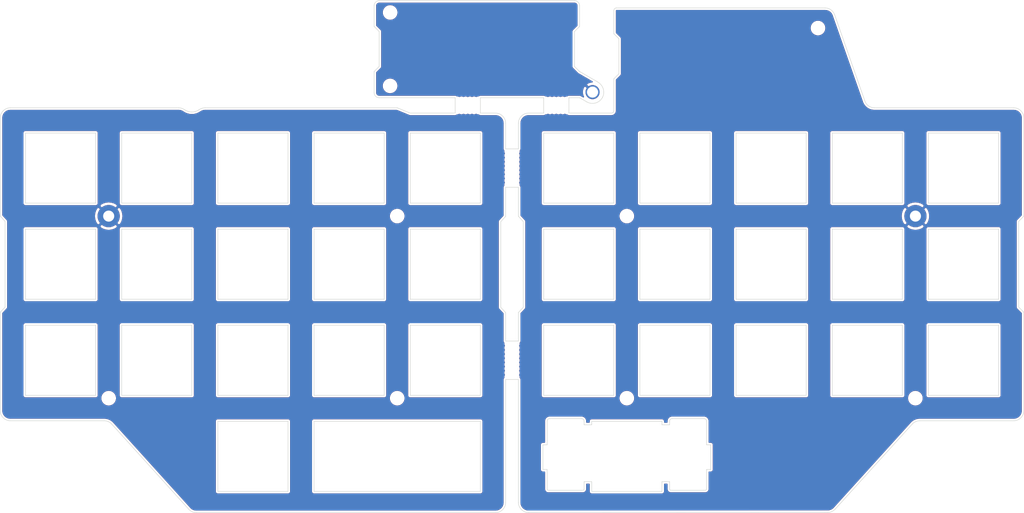
<source format=kicad_pcb>
(kicad_pcb (version 20171130) (host pcbnew "(5.1.9)-1")
  (title_block (title REVIUNG34-SPLIT-TOP) (date 2020-10-19) (rev 2.0))
  (layers (0 F.Cu signal) (31 B.Cu signal) (34 B.Paste user) (35 F.Paste user) (36 B.SilkS user) (37 F.SilkS user) (38 B.Mask user) (39 F.Mask user) (44 Edge.Cuts user))
  (net 0 "")
  (net 1 GND)
  (module _reviung-kbd:MountingHole_2.2mm_M2_Pad (layer F.Cu) (at 167.16 66.75)
    (fp_text reference H3)
    (fp_text value MountingHole_Pad)
    (pad 1 thru_hole circle (at 0 0) (size 2.8 2.8) (drill 2.2) (layers *.Cu *.Mask) (net 1 GND))
  )
  (module MountingHole:MountingHole_2.2mm_M2 (layer F.Cu) (at 127.06 65.51)
    (fp_text reference REF** hide)
    (fp_text value MountingHole_2.2mm_M2)
    (pad 1 np_thru_hole circle (at 0 0) (size 2.2 2.2) (drill 2.2) (layers *.Cu *.Mask))
  )
  (module _reviung-kbd:Stamp_Holes_5mm (layer F.Cu) (at 142.44 70.5 180)
    (fp_text reference breakaway hide)
    (fp_text value Stamp_Holes_5mm)
    (pad "" np_thru_hole circle (at 0.425 0 180) (size 0.6 0.6) (drill 0.6) (layers *.Cu *.Mask))
    (pad "" np_thru_hole circle (at -0.425 0 180) (size 0.6 0.6) (drill 0.6) (layers *.Cu *.Mask))
    (pad "" np_thru_hole circle (at -1.25 0 180) (size 0.6 0.6) (drill 0.6) (layers *.Cu *.Mask))
    (pad "" np_thru_hole circle (at -2.075 0 180) (size 0.6 0.6) (drill 0.6) (layers *.Cu *.Mask))
    (pad "" np_thru_hole circle (at 1.25 0 180) (size 0.6 0.6) (drill 0.6) (layers *.Cu *.Mask))
    (pad "" np_thru_hole circle (at 2.075 0 180) (size 0.6 0.6) (drill 0.6) (layers *.Cu *.Mask))
  )
  (module _reviung-kbd:Stamp_Holes_5mm (layer F.Cu) (at 142.45 68.26)
    (fp_text reference breakaway hide)
    (fp_text value Stamp_Holes_5mm)
    (pad "" np_thru_hole circle (at 0.425 0) (size 0.6 0.6) (drill 0.6) (layers *.Cu *.Mask))
    (pad "" np_thru_hole circle (at -0.425 0) (size 0.6 0.6) (drill 0.6) (layers *.Cu *.Mask))
    (pad "" np_thru_hole circle (at -1.25 0) (size 0.6 0.6) (drill 0.6) (layers *.Cu *.Mask))
    (pad "" np_thru_hole circle (at -2.075 0) (size 0.6 0.6) (drill 0.6) (layers *.Cu *.Mask))
    (pad "" np_thru_hole circle (at 1.25 0) (size 0.6 0.6) (drill 0.6) (layers *.Cu *.Mask))
    (pad "" np_thru_hole circle (at 2.075 0) (size 0.6 0.6) (drill 0.6) (layers *.Cu *.Mask))
  )
  (module _reviung-kbd:Stamp_Holes_5mm (layer F.Cu) (at 159.99 70.5 180)
    (fp_text reference breakaway hide)
    (fp_text value Stamp_Holes_5mm)
    (pad "" np_thru_hole circle (at 0.425 0 180) (size 0.6 0.6) (drill 0.6) (layers *.Cu *.Mask))
    (pad "" np_thru_hole circle (at -0.425 0 180) (size 0.6 0.6) (drill 0.6) (layers *.Cu *.Mask))
    (pad "" np_thru_hole circle (at -1.25 0 180) (size 0.6 0.6) (drill 0.6) (layers *.Cu *.Mask))
    (pad "" np_thru_hole circle (at -2.075 0 180) (size 0.6 0.6) (drill 0.6) (layers *.Cu *.Mask))
    (pad "" np_thru_hole circle (at 1.25 0 180) (size 0.6 0.6) (drill 0.6) (layers *.Cu *.Mask))
    (pad "" np_thru_hole circle (at 2.075 0 180) (size 0.6 0.6) (drill 0.6) (layers *.Cu *.Mask))
  )
  (module _reviung-kbd:Stamp_Holes_5mm (layer F.Cu) (at 159.98 68.26)
    (fp_text reference breakaway hide)
    (fp_text value Stamp_Holes_5mm)
    (pad "" np_thru_hole circle (at 0.425 0) (size 0.6 0.6) (drill 0.6) (layers *.Cu *.Mask))
    (pad "" np_thru_hole circle (at -0.425 0) (size 0.6 0.6) (drill 0.6) (layers *.Cu *.Mask))
    (pad "" np_thru_hole circle (at -1.25 0) (size 0.6 0.6) (drill 0.6) (layers *.Cu *.Mask))
    (pad "" np_thru_hole circle (at -2.075 0) (size 0.6 0.6) (drill 0.6) (layers *.Cu *.Mask))
    (pad "" np_thru_hole circle (at 1.25 0) (size 0.6 0.6) (drill 0.6) (layers *.Cu *.Mask))
    (pad "" np_thru_hole circle (at 2.075 0) (size 0.6 0.6) (drill 0.6) (layers *.Cu *.Mask))
  )
  (module _reviung-kbd:Stamp_Holes_7.5mm (layer F.Cu) (at 152.08 119.93 270)
    (fp_text reference breakaway hide)
    (fp_text value Stamp_Holes_7.5mm)
    (pad "" np_thru_hole circle (at 3.3 0.01 270) (size 0.6 0.6) (drill 0.6) (layers *.Cu *.Mask))
    (pad "" np_thru_hole circle (at -3.3 0 270) (size 0.6 0.6) (drill 0.6) (layers *.Cu *.Mask))
    (pad "" np_thru_hole circle (at 2.475 0 270) (size 0.6 0.6) (drill 0.6) (layers *.Cu *.Mask))
    (pad "" np_thru_hole circle (at 0 0 270) (size 0.6 0.6) (drill 0.6) (layers *.Cu *.Mask))
    (pad "" np_thru_hole circle (at -0.825 0 270) (size 0.6 0.6) (drill 0.6) (layers *.Cu *.Mask))
    (pad "" np_thru_hole circle (at -1.65 0 270) (size 0.6 0.6) (drill 0.6) (layers *.Cu *.Mask))
    (pad "" np_thru_hole circle (at -2.475 0 270) (size 0.6 0.6) (drill 0.6) (layers *.Cu *.Mask))
    (pad "" np_thru_hole circle (at 0.825 0 270) (size 0.6 0.6) (drill 0.6) (layers *.Cu *.Mask))
    (pad "" np_thru_hole circle (at 1.65 0 270) (size 0.6 0.6) (drill 0.6) (layers *.Cu *.Mask))
  )
  (module _reviung-kbd:Stamp_Holes_7.5mm (layer F.Cu) (at 150.34 119.92 90)
    (fp_text reference breakaway hide)
    (fp_text value Stamp_Holes_7.5mm)
    (pad "" np_thru_hole circle (at 3.3 0.01 90) (size 0.6 0.6) (drill 0.6) (layers *.Cu *.Mask))
    (pad "" np_thru_hole circle (at -3.3 0 90) (size 0.6 0.6) (drill 0.6) (layers *.Cu *.Mask))
    (pad "" np_thru_hole circle (at 2.475 0 90) (size 0.6 0.6) (drill 0.6) (layers *.Cu *.Mask))
    (pad "" np_thru_hole circle (at 0 0 90) (size 0.6 0.6) (drill 0.6) (layers *.Cu *.Mask))
    (pad "" np_thru_hole circle (at -0.825 0 90) (size 0.6 0.6) (drill 0.6) (layers *.Cu *.Mask))
    (pad "" np_thru_hole circle (at -1.65 0 90) (size 0.6 0.6) (drill 0.6) (layers *.Cu *.Mask))
    (pad "" np_thru_hole circle (at -2.475 0 90) (size 0.6 0.6) (drill 0.6) (layers *.Cu *.Mask))
    (pad "" np_thru_hole circle (at 0.825 0 90) (size 0.6 0.6) (drill 0.6) (layers *.Cu *.Mask))
    (pad "" np_thru_hole circle (at 1.65 0 90) (size 0.6 0.6) (drill 0.6) (layers *.Cu *.Mask))
  )
  (module _reviung-kbd:Stamp_Holes_7.5mm (layer F.Cu) (at 152.09 81.81 270)
    (fp_text reference breakaway hide)
    (fp_text value Stamp_Holes_7.5mm)
    (pad "" np_thru_hole circle (at 3.3 0.01 270) (size 0.6 0.6) (drill 0.6) (layers *.Cu *.Mask))
    (pad "" np_thru_hole circle (at -3.3 0 270) (size 0.6 0.6) (drill 0.6) (layers *.Cu *.Mask))
    (pad "" np_thru_hole circle (at 2.475 0 270) (size 0.6 0.6) (drill 0.6) (layers *.Cu *.Mask))
    (pad "" np_thru_hole circle (at 0 0 270) (size 0.6 0.6) (drill 0.6) (layers *.Cu *.Mask))
    (pad "" np_thru_hole circle (at -0.825 0 270) (size 0.6 0.6) (drill 0.6) (layers *.Cu *.Mask))
    (pad "" np_thru_hole circle (at -1.65 0 270) (size 0.6 0.6) (drill 0.6) (layers *.Cu *.Mask))
    (pad "" np_thru_hole circle (at -2.475 0 270) (size 0.6 0.6) (drill 0.6) (layers *.Cu *.Mask))
    (pad "" np_thru_hole circle (at 0.825 0 270) (size 0.6 0.6) (drill 0.6) (layers *.Cu *.Mask))
    (pad "" np_thru_hole circle (at 1.65 0 270) (size 0.6 0.6) (drill 0.6) (layers *.Cu *.Mask))
  )
  (module _reviung-kbd:Stamp_Holes_7.5mm (layer F.Cu) (at 150.33 81.8 90)
    (fp_text reference breakaway hide)
    (fp_text value Stamp_Holes_7.5mm)
    (pad "" np_thru_hole circle (at 3.3 0.01 90) (size 0.6 0.6) (drill 0.6) (layers *.Cu *.Mask))
    (pad "" np_thru_hole circle (at -3.3 0 90) (size 0.6 0.6) (drill 0.6) (layers *.Cu *.Mask))
    (pad "" np_thru_hole circle (at 2.475 0 90) (size 0.6 0.6) (drill 0.6) (layers *.Cu *.Mask))
    (pad "" np_thru_hole circle (at 0 0 90) (size 0.6 0.6) (drill 0.6) (layers *.Cu *.Mask))
    (pad "" np_thru_hole circle (at -0.825 0 90) (size 0.6 0.6) (drill 0.6) (layers *.Cu *.Mask))
    (pad "" np_thru_hole circle (at -1.65 0 90) (size 0.6 0.6) (drill 0.6) (layers *.Cu *.Mask))
    (pad "" np_thru_hole circle (at -2.475 0 90) (size 0.6 0.6) (drill 0.6) (layers *.Cu *.Mask))
    (pad "" np_thru_hole circle (at 0.825 0 90) (size 0.6 0.6) (drill 0.6) (layers *.Cu *.Mask))
    (pad "" np_thru_hole circle (at 1.65 0 90) (size 0.6 0.6) (drill 0.6) (layers *.Cu *.Mask))
  )
  (module MountingHole:MountingHole_2.2mm_M2 (layer F.Cu) (at 127.07 50.96)
    (fp_text reference REF** hide)
    (fp_text value MountingHole_2.2mm_M2)
    (pad 1 np_thru_hole circle (at 0 0) (size 2.2 2.2) (drill 2.2) (layers *.Cu *.Mask))
  )
  (module MountingHole:MountingHole_2.2mm_M2 (layer F.Cu) (at 211.81 54.05)
    (fp_text reference REF** hide)
    (fp_text value MountingHole_2.2mm_M2)
    (pad 1 np_thru_hole circle (at 0 0) (size 2.2 2.2) (drill 2.2) (layers *.Cu *.Mask))
  )
  (module MountingHole:MountingHole_2.2mm_M2 (layer F.Cu) (at 231.1 127.43)
    (fp_text reference REF** hide)
    (fp_text value MountingHole_2.2mm_M2)
    (pad 1 np_thru_hole circle (at 0 0) (size 2.2 2.2) (drill 2.2) (layers *.Cu *.Mask))
  )
  (module MountingHole:MountingHole_2.2mm_M2 (layer F.Cu) (at 173.95 127.43)
    (fp_text reference REF** hide)
    (fp_text value MountingHole_2.2mm_M2)
    (pad 1 np_thru_hole circle (at 0 0) (size 2.2 2.2) (drill 2.2) (layers *.Cu *.Mask))
  )
  (module MountingHole:MountingHole_2.2mm_M2 (layer F.Cu) (at 173.95 91.33)
    (fp_text reference REF** hide)
    (fp_text value MountingHole_2.2mm_M2)
    (pad 1 np_thru_hole circle (at 0 0) (size 2.2 2.2) (drill 2.2) (layers *.Cu *.Mask))
  )
  (module MountingHole:MountingHole_2.2mm_M2 (layer F.Cu) (at 128.47 127.43)
    (fp_text reference REF** hide)
    (fp_text value MountingHole_2.2mm_M2)
    (pad 1 np_thru_hole circle (at 0 0) (size 2.2 2.2) (drill 2.2) (layers *.Cu *.Mask))
  )
  (module MountingHole:MountingHole_2.2mm_M2 (layer F.Cu) (at 128.47 91.33)
    (fp_text reference REF** hide)
    (fp_text value MountingHole_2.2mm_M2)
    (pad 1 np_thru_hole circle (at 0 0) (size 2.2 2.2) (drill 2.2) (layers *.Cu *.Mask))
  )
  (module MountingHole:MountingHole_2.2mm_M2 (layer F.Cu) (at 71.32 127.43)
    (fp_text reference REF** hide)
    (fp_text value MountingHole_2.2mm_M2)
    (pad 1 np_thru_hole circle (at 0 0) (size 2.2 2.2) (drill 2.2) (layers *.Cu *.Mask))
  )
  (module MountingHole:MountingHole_2.2mm_M2_Pad (layer F.Cu) (at 231.11 91.33)
    (fp_text reference H2)
    (fp_text value MountingHole_Pad)
    (pad 1 thru_hole circle (at 0 0) (size 4.4 4.4) (drill 2.2) (layers *.Cu *.Mask) (net 1 GND))
  )
  (module MountingHole:MountingHole_2.2mm_M2_Pad (layer F.Cu) (at 71.32 91.33)
    (fp_text reference H1 hide)
    (fp_text value MountingHole_Pad)
    (pad 1 thru_hole circle (at 0 0) (size 4.4 4.4) (drill 2.2) (layers *.Cu *.Mask) (net 1 GND))
  )
  (gr_line (start 247.58016 88.760032) (end 233.680147 88.760032) (layer Edge.Cuts) (width 0.1))
  (gr_line (start 247.580138 74.860019) (end 247.58016 88.760032) (layer Edge.Cuts) (width 0.1))
  (gr_line (start 233.680147 74.860041) (end 247.580138 74.860019) (layer Edge.Cuts) (width 0.1))
  (gr_line (start 233.680147 88.760032) (end 233.680147 74.860041) (layer Edge.Cuts) (width 0.1))
  (gr_line (start 247.58016 107.809989) (end 233.680147 107.810011) (layer Edge.Cuts) (width 0.1))
  (gr_line (start 247.580138 93.909998) (end 247.58016 107.809989) (layer Edge.Cuts) (width 0.1))
  (gr_line (start 233.680147 93.910019) (end 247.580138 93.909998) (layer Edge.Cuts) (width 0.1))
  (gr_line (start 233.680147 107.810011) (end 233.680147 93.910019) (layer Edge.Cuts) (width 0.1))
  (gr_line (start 247.58016 126.859989) (end 233.680147 126.860011) (layer Edge.Cuts) (width 0.1))
  (gr_line (start 247.580138 112.959998) (end 247.58016 126.859989) (layer Edge.Cuts) (width 0.1))
  (gr_line (start 233.680147 112.960019) (end 247.580138 112.959998) (layer Edge.Cuts) (width 0.1))
  (gr_line (start 233.680147 126.860011) (end 233.680147 112.960019) (layer Edge.Cuts) (width 0.1))
  (gr_curve (pts (xy 213.216456 50.059078) (xy 213.216456 50.059078) (xy 171.880172 50.0591) (xy 171.880172 50.0591)) (layer Edge.Cuts) (width 0.1))
  (gr_line (start 209.48016 88.760032) (end 195.580147 88.760032) (layer Edge.Cuts) (width 0.1))
  (gr_line (start 209.480138 74.860019) (end 209.48016 88.760032) (layer Edge.Cuts) (width 0.1))
  (gr_line (start 195.580147 74.860041) (end 209.480138 74.860019) (layer Edge.Cuts) (width 0.1))
  (gr_line (start 195.580147 88.760032) (end 195.580147 74.860041) (layer Edge.Cuts) (width 0.1))
  (gr_line (start 209.48016 107.809989) (end 195.580147 107.810011) (layer Edge.Cuts) (width 0.1))
  (gr_line (start 209.480138 93.909998) (end 209.48016 107.809989) (layer Edge.Cuts) (width 0.1))
  (gr_line (start 195.580147 93.910019) (end 209.480138 93.909998) (layer Edge.Cuts) (width 0.1))
  (gr_line (start 195.580147 107.810011) (end 195.580147 93.910019) (layer Edge.Cuts) (width 0.1))
  (gr_line (start 228.53016 88.760032) (end 214.630147 88.760032) (layer Edge.Cuts) (width 0.1))
  (gr_line (start 228.530138 74.860019) (end 228.53016 88.760032) (layer Edge.Cuts) (width 0.1))
  (gr_line (start 214.630147 74.860041) (end 228.530138 74.860019) (layer Edge.Cuts) (width 0.1))
  (gr_line (start 214.630147 88.760032) (end 214.630147 74.860041) (layer Edge.Cuts) (width 0.1))
  (gr_line (start 228.53016 107.809989) (end 214.630147 107.810011) (layer Edge.Cuts) (width 0.1))
  (gr_line (start 228.530138 93.909998) (end 228.53016 107.809989) (layer Edge.Cuts) (width 0.1))
  (gr_line (start 214.630147 93.910019) (end 228.530138 93.909998) (layer Edge.Cuts) (width 0.1))
  (gr_line (start 214.630147 107.810011) (end 214.630147 93.910019) (layer Edge.Cuts) (width 0.1))
  (gr_line (start 228.53016 126.859989) (end 214.630147 126.860011) (layer Edge.Cuts) (width 0.1))
  (gr_line (start 228.530138 112.959998) (end 228.53016 126.859989) (layer Edge.Cuts) (width 0.1))
  (gr_line (start 214.630147 112.960019) (end 228.530138 112.959998) (layer Edge.Cuts) (width 0.1))
  (gr_line (start 214.630147 126.860011) (end 214.630147 112.960019) (layer Edge.Cuts) (width 0.1))
  (gr_curve (pts (xy 252.580156 71.86003) (xy 252.580156 70.755457) (xy 251.684722 69.860023) (xy 250.580149 69.860023)) (layer Edge.Cuts) (width 0.1))
  (gr_curve (pts (xy 252.580156 91.335026) (xy 252.580156 91.335026) (xy 252.580156 71.86003) (xy 252.580156 71.86003)) (layer Edge.Cuts) (width 0.1))
  (gr_curve (pts (xy 215.104127 51.398273) (xy 214.82334 50.596154) (xy 214.066301 50.059078) (xy 213.216456 50.059078)) (layer Edge.Cuts) (width 0.1))
  (gr_curve (pts (xy 221.097989 68.520824) (xy 221.097989 68.520824) (xy 215.104127 51.398273) (xy 215.104127 51.398273)) (layer Edge.Cuts) (width 0.1))
  (gr_curve (pts (xy 171.38016 64.104797) (xy 171.38016 64.104797) (xy 171.38016 70.412509) (xy 171.38016 70.412509)) (layer Edge.Cuts) (width 0.1))
  (gr_curve (pts (xy 172.378807 63.106107) (xy 172.378807 63.106107) (xy 171.38016 64.104797) (xy 171.38016 64.104797)) (layer Edge.Cuts) (width 0.1))
  (gr_curve (pts (xy 172.378807 56.176104) (xy 172.378807 56.176104) (xy 172.378807 63.106107) (xy 172.378807 63.106107)) (layer Edge.Cuts) (width 0.1))
  (gr_curve (pts (xy 171.38016 55.177414) (xy 171.38016 55.177414) (xy 172.378807 56.176104) (xy 172.378807 56.176104)) (layer Edge.Cuts) (width 0.1))
  (gr_curve (pts (xy 171.38016 50.559113) (xy 171.38016 50.559113) (xy 171.38016 55.177414) (xy 171.38016 55.177414)) (layer Edge.Cuts) (width 0.1))
  (gr_curve (pts (xy 171.880172 50.0591) (xy 171.604023 50.0591) (xy 171.38016 50.282963) (xy 171.38016 50.559113)) (layer Edge.Cuts) (width 0.1))
  (gr_curve (pts (xy 252.580091 110.389483) (xy 252.580091 110.389483) (xy 251.562324 109.364481) (xy 251.562324 109.364481)) (layer Edge.Cuts) (width 0.1))
  (gr_curve (pts (xy 222.985666 69.860023) (xy 222.135818 69.860023) (xy 221.378777 69.322945) (xy 221.097989 68.520824)) (layer Edge.Cuts) (width 0.1))
  (gr_curve (pts (xy 250.580149 69.860023) (xy 250.580149 69.860023) (xy 222.985666 69.860023) (xy 222.985666 69.860023)) (layer Edge.Cuts) (width 0.1))
  (gr_line (start 209.48016 126.859989) (end 195.580147 126.860011) (layer Edge.Cuts) (width 0.1))
  (gr_line (start 209.480138 112.959998) (end 209.48016 126.859989) (layer Edge.Cuts) (width 0.1))
  (gr_line (start 195.580147 112.960019) (end 209.480138 112.959998) (layer Edge.Cuts) (width 0.1))
  (gr_line (start 195.580147 126.860011) (end 195.580147 112.960019) (layer Edge.Cuts) (width 0.1))
  (gr_curve (pts (xy 251.562324 109.364481) (xy 251.562324 109.364481) (xy 251.562324 92.382486) (xy 251.562324 92.382486)) (layer Edge.Cuts) (width 0.1))
  (gr_curve (pts (xy 190.572464 136.677607) (xy 190.572464 136.677607) (xy 190.572464 141.567683) (xy 190.572464 141.567683)) (layer Edge.Cuts) (width 0.1))
  (gr_curve (pts (xy 189.737114 136.677607) (xy 189.737114 136.677607) (xy 190.572464 136.677607) (xy 190.572464 136.677607)) (layer Edge.Cuts) (width 0.1))
  (gr_curve (pts (xy 189.737114 131.972016) (xy 189.737114 131.972016) (xy 189.737114 136.677607) (xy 189.737114 136.677607)) (layer Edge.Cuts) (width 0.1))
  (gr_curve (pts (xy 189.237102 131.472003) (xy 189.513248 131.472003) (xy 189.737114 131.69587) (xy 189.737114 131.972016)) (layer Edge.Cuts) (width 0.1))
  (gr_curve (pts (xy 182.921725 131.472003) (xy 182.921725 131.472003) (xy 189.237102 131.472003) (xy 189.237102 131.472003)) (layer Edge.Cuts) (width 0.1))
  (gr_curve (pts (xy 182.421734 131.972016) (xy 182.421734 131.69587) (xy 182.645601 131.472003) (xy 182.921725 131.472003)) (layer Edge.Cuts) (width 0.1))
  (gr_curve (pts (xy 182.421734 145.437064) (xy 182.421734 145.437064) (xy 182.421734 143.977958) (xy 182.421734 143.977958)) (layer Edge.Cuts) (width 0.1))
  (gr_curve (pts (xy 182.67174 145.68707) (xy 182.533656 145.68707) (xy 182.421734 145.575126) (xy 182.421734 145.437064)) (layer Edge.Cuts) (width 0.1))
  (gr_curve (pts (xy 189.487108 145.68707) (xy 189.487108 145.68707) (xy 182.67174 145.68707) (xy 182.67174 145.68707)) (layer Edge.Cuts) (width 0.1))
  (gr_curve (pts (xy 189.737114 145.437064) (xy 189.737114 145.575126) (xy 189.62517 145.68707) (xy 189.487108 145.68707)) (layer Edge.Cuts) (width 0.1))
  (gr_curve (pts (xy 189.737114 141.567683) (xy 189.737114 141.567683) (xy 189.737114 145.437064) (xy 189.737114 145.437064)) (layer Edge.Cuts) (width 0.1))
  (gr_curve (pts (xy 190.572464 141.567683) (xy 190.572464 141.567683) (xy 189.737114 141.567683) (xy 189.737114 141.567683)) (layer Edge.Cuts) (width 0.1))
  (gr_curve (pts (xy 182.421734 132.707091) (xy 182.421734 132.707091) (xy 182.421734 131.972016) (xy 182.421734 131.972016)) (layer Edge.Cuts) (width 0.1))
  (gr_curve (pts (xy 180.908347 132.707091) (xy 180.908347 132.707091) (xy 182.421734 132.707091) (xy 182.421734 132.707091)) (layer Edge.Cuts) (width 0.1))
  (gr_curve (pts (xy 180.908347 132.008986) (xy 180.908347 132.008986) (xy 180.908347 132.707091) (xy 180.908347 132.707091)) (layer Edge.Cuts) (width 0.1))
  (gr_curve (pts (xy 251.562324 92.382486) (xy 251.562324 92.382486) (xy 252.580156 91.335026) (xy 252.580156 91.335026)) (layer Edge.Cuts) (width 0.1))
  (gr_curve (pts (xy 166.998903 132.008986) (xy 166.998903 132.008986) (xy 180.908347 132.008986) (xy 180.908347 132.008986)) (layer Edge.Cuts) (width 0.1))
  (gr_curve (pts (xy 166.998903 132.707091) (xy 166.998903 132.707091) (xy 166.998903 132.008986) (xy 166.998903 132.008986)) (layer Edge.Cuts) (width 0.1))
  (gr_curve (pts (xy 165.485537 132.707091) (xy 165.485537 132.707091) (xy 166.998903 132.707091) (xy 166.998903 132.707091)) (layer Edge.Cuts) (width 0.1))
  (gr_curve (pts (xy 165.485537 131.972016) (xy 165.485537 131.972016) (xy 165.485537 132.707091) (xy 165.485537 132.707091)) (layer Edge.Cuts) (width 0.1))
  (gr_curve (pts (xy 164.985546 131.472003) (xy 165.26167 131.472003) (xy 165.485537 131.69587) (xy 165.485537 131.972016)) (layer Edge.Cuts) (width 0.1))
  (gr_curve (pts (xy 139.944869 70.9125) (xy 139.944869 70.9125) (xy 131.044874 70.9125) (xy 131.044874 70.9125)) (layer Edge.Cuts) (width 0.1))
  (gr_curve (pts (xy 139.944869 67.866002) (xy 139.944869 67.866002) (xy 139.944869 70.9125) (xy 139.944869 70.9125)) (layer Edge.Cuts) (width 0.1))
  (gr_curve (pts (xy 124.895939 67.866002) (xy 124.895939 67.866002) (xy 139.944869 67.866002) (xy 139.944869 67.866002)) (layer Edge.Cuts) (width 0.1))
  (gr_curve (pts (xy 123.895957 66.86602) (xy 123.895957 67.418295) (xy 124.343664 67.866002) (xy 124.895939 67.866002)) (layer Edge.Cuts) (width 0.1))
  (gr_curve (pts (xy 123.895957 62.663089) (xy 123.895957 62.663089) (xy 123.895957 66.86602) (xy 123.895957 66.86602)) (layer Edge.Cuts) (width 0.1))
  (gr_curve (pts (xy 124.89596 61.663043) (xy 124.89596 61.663043) (xy 123.895957 62.663089) (xy 123.895957 62.663089)) (layer Edge.Cuts) (width 0.1))
  (gr_curve (pts (xy 124.89596 54.73304) (xy 124.89596 54.73304) (xy 124.89596 61.663043) (xy 124.89596 61.663043)) (layer Edge.Cuts) (width 0.1))
  (gr_curve (pts (xy 123.895957 53.732993) (xy 123.895957 53.732993) (xy 124.89596 54.73304) (xy 124.89596 54.73304)) (layer Edge.Cuts) (width 0.1))
  (gr_curve (pts (xy 123.895957 49.615996) (xy 123.895957 49.615996) (xy 123.895957 53.732993) (xy 123.895957 53.732993)) (layer Edge.Cuts) (width 0.1))
  (gr_curve (pts (xy 124.89596 48.615993) (xy 124.343673 48.615993) (xy 123.895957 49.063709) (xy 123.895957 49.615996)) (layer Edge.Cuts) (width 0.1))
  (gr_curve (pts (xy 163.586902 48.615993) (xy 163.586902 48.615993) (xy 124.89596 48.615993) (xy 124.89596 48.615993)) (layer Edge.Cuts) (width 0.1))
  (gr_curve (pts (xy 164.586905 49.615996) (xy 164.586905 49.063709) (xy 164.139188 48.615993) (xy 163.586902 48.615993)) (layer Edge.Cuts) (width 0.1))
  (gr_curve (pts (xy 164.586905 53.732993) (xy 164.586905 53.732993) (xy 164.586905 49.615996) (xy 164.586905 49.615996)) (layer Edge.Cuts) (width 0.1))
  (gr_curve (pts (xy 163.586902 54.73304) (xy 163.586902 54.73304) (xy 164.586905 53.732993) (xy 164.586905 53.732993)) (layer Edge.Cuts) (width 0.1))
  (gr_curve (pts (xy 163.586902 61.663043) (xy 163.586902 61.663043) (xy 163.586902 54.73304) (xy 163.586902 54.73304)) (layer Edge.Cuts) (width 0.1))
  (gr_curve (pts (xy 164.586905 62.663089) (xy 164.586905 62.663089) (xy 163.586902 61.663043) (xy 163.586902 61.663043)) (layer Edge.Cuts) (width 0.1))
  (gr_curve (pts (xy 168.184963 64.740438) (xy 168.184963 64.740438) (xy 164.586905 62.663089) (xy 164.586905 62.663089)) (layer Edge.Cuts) (width 0.1))
  (gr_curve (pts (xy 169.123917 67.800747) (xy 169.707658 66.715805) (xy 169.251916 65.356446) (xy 168.184963 64.740438)) (layer Edge.Cuts) (width 0.1))
  (gr_curve (pts (xy 166.016684 68.684729) (xy 167.112717 69.317548) (xy 168.519905 68.923368) (xy 169.123917 67.800747)) (layer Edge.Cuts) (width 0.1))
  (gr_curve (pts (xy 164.586905 67.859241) (xy 164.586905 67.859241) (xy 166.016684 68.684729) (xy 166.016684 68.684729)) (layer Edge.Cuts) (width 0.1))
  (gr_curve (pts (xy 164.586905 67.866002) (xy 164.586905 67.866002) (xy 164.586905 67.859241) (xy 164.586905 67.859241)) (layer Edge.Cuts) (width 0.1))
  (gr_curve (pts (xy 162.480165 67.866002) (xy 162.480165 67.866002) (xy 164.586905 67.866002) (xy 164.586905 67.866002)) (layer Edge.Cuts) (width 0.1))
  (gr_curve (pts (xy 162.480165 70.9125) (xy 162.480165 70.9125) (xy 162.480165 67.866002) (xy 162.480165 67.866002)) (layer Edge.Cuts) (width 0.1))
  (gr_curve (pts (xy 170.880169 70.9125) (xy 170.880169 70.9125) (xy 162.480165 70.9125) (xy 162.480165 70.9125)) (layer Edge.Cuts) (width 0.1))
  (gr_curve (pts (xy 171.38016 70.412509) (xy 171.38016 70.688646) (xy 171.156306 70.9125) (xy 170.880169 70.9125)) (layer Edge.Cuts) (width 0.1))
  (gr_curve (pts (xy 158.660587 131.472003) (xy 158.660587 131.472003) (xy 164.985546 131.472003) (xy 164.985546 131.472003)) (layer Edge.Cuts) (width 0.1))
  (gr_curve (pts (xy 158.160596 131.972016) (xy 158.160596 131.69587) (xy 158.384441 131.472003) (xy 158.660587 131.472003)) (layer Edge.Cuts) (width 0.1))
  (gr_curve (pts (xy 149.940663 123.72) (xy 149.940663 123.72) (xy 152.479978 123.72) (xy 152.479978 123.72)) (layer Edge.Cuts) (width 0.1))
  (gr_curve (pts (xy 149.940728 148.111965) (xy 149.940728 148.111965) (xy 149.940663 123.72) (xy 149.940663 123.72)) (layer Edge.Cuts) (width 0.1))
  (gr_curve (pts (xy 147.938977 150.111972) (xy 149.044228 150.112941) (xy 149.940728 149.217238) (xy 149.940728 148.111965)) (layer Edge.Cuts) (width 0.1))
  (gr_curve (pts (xy 88.665523 150.111994) (xy 88.665523 150.111994) (xy 147.938977 150.111972) (xy 147.938977 150.111972)) (layer Edge.Cuts) (width 0.1))
  (gr_curve (pts (xy 87.181552 149.452818) (xy 87.560744 149.872498) (xy 88.09991 150.111994) (xy 88.665523 150.111994)) (layer Edge.Cuts) (width 0.1))
  (gr_curve (pts (xy 71.918811 132.560395) (xy 71.918811 132.560395) (xy 87.181552 149.452818) (xy 87.181552 149.452818)) (layer Edge.Cuts) (width 0.1))
  (gr_curve (pts (xy 70.434792 131.901197) (xy 71.000424 131.901197) (xy 71.539606 132.140701) (xy 71.918811 132.560395)) (layer Edge.Cuts) (width 0.1))
  (gr_curve (pts (xy 51.844907 131.901197) (xy 51.844907 131.901197) (xy 70.434792 131.901197) (xy 70.434792 131.901197)) (layer Edge.Cuts) (width 0.1))
  (gr_curve (pts (xy 49.844899 129.901182) (xy 49.844895 131.005758) (xy 50.74033 131.901197) (xy 51.844907 131.901197)) (layer Edge.Cuts) (width 0.1))
  (gr_curve (pts (xy 49.844986 110.389483) (xy 49.844986 110.389483) (xy 49.844899 129.901182) (xy 49.844899 129.901182)) (layer Edge.Cuts) (width 0.1))
  (gr_curve (pts (xy 50.803906 109.364481) (xy 50.803906 109.364481) (xy 49.844986 110.389483) (xy 49.844986 110.389483)) (layer Edge.Cuts) (width 0.1))
  (gr_curve (pts (xy 50.803906 92.382486) (xy 50.803906 92.382486) (xy 50.803906 109.364481) (xy 50.803906 109.364481)) (layer Edge.Cuts) (width 0.1))
  (gr_curve (pts (xy 49.844986 91.335026) (xy 49.844986 91.335026) (xy 50.803906 92.382486) (xy 50.803906 92.382486)) (layer Edge.Cuts) (width 0.1))
  (gr_curve (pts (xy 49.844986 71.860009) (xy 49.844986 71.860009) (xy 49.844986 91.335026) (xy 49.844986 91.335026)) (layer Edge.Cuts) (width 0.1))
  (gr_curve (pts (xy 51.844993 69.860002) (xy 50.740419 69.860002) (xy 49.844986 70.755435) (xy 49.844986 71.860009)) (layer Edge.Cuts) (width 0.1))
  (gr_curve (pts (xy 85.193994 69.860002) (xy 85.193994 69.860002) (xy 51.844993 69.860002) (xy 51.844993 69.860002)) (layer Edge.Cuts) (width 0.1))
  (gr_curve (pts (xy 86.38155 70.251759) (xy 86.029591 70.008846) (xy 85.621641 69.860002) (xy 85.193994 69.860002)) (layer Edge.Cuts) (width 0.1))
  (gr_curve (pts (xy 87.794887 70.691971) (xy 87.269652 70.691971) (xy 86.783295 70.529033) (xy 86.38155 70.251759)) (layer Edge.Cuts) (width 0.1))
  (gr_curve (pts (xy 89.208195 70.251767) (xy 88.806459 70.529036) (xy 88.320118 70.691971) (xy 87.794887 70.691971)) (layer Edge.Cuts) (width 0.1))
  (gr_curve (pts (xy 90.395763 69.860002) (xy 89.968111 69.860002) (xy 89.560158 70.008851) (xy 89.208195 70.251767)) (layer Edge.Cuts) (width 0.1))
  (gr_curve (pts (xy 128.469859 69.860002) (xy 128.469859 69.860002) (xy 90.395763 69.860002) (xy 90.395763 69.860002)) (layer Edge.Cuts) (width 0.1))
  (gr_curve (pts (xy 131.044874 70.9125) (xy 131.044874 70.9125) (xy 128.469859 69.860002) (xy 128.469859 69.860002)) (layer Edge.Cuts) (width 0.1))
  (gr_curve (pts (xy 158.160596 136.677607) (xy 158.160596 136.677607) (xy 158.160596 131.972016) (xy 158.160596 131.972016)) (layer Edge.Cuts) (width 0.1))
  (gr_curve (pts (xy 157.325225 136.677607) (xy 157.325225 136.677607) (xy 158.160596 136.677607) (xy 158.160596 136.677607)) (layer Edge.Cuts) (width 0.1))
  (gr_curve (pts (xy 157.325225 141.567683) (xy 157.325225 141.567683) (xy 157.325225 136.677607) (xy 157.325225 136.677607)) (layer Edge.Cuts) (width 0.1))
  (gr_line (start 68.744909 88.760032) (end 54.844896 88.760032) (layer Edge.Cuts) (width 0.1))
  (gr_line (start 68.744909 93.910019) (end 68.744909 107.810011) (layer Edge.Cuts) (width 0.1))
  (gr_line (start 54.844917 93.909998) (end 68.744909 93.910019) (layer Edge.Cuts) (width 0.1))
  (gr_line (start 54.844896 107.809989) (end 54.844917 93.909998) (layer Edge.Cuts) (width 0.1))
  (gr_line (start 68.744909 107.810011) (end 54.844896 107.809989) (layer Edge.Cuts) (width 0.1))
  (gr_line (start 68.744909 112.960019) (end 68.744909 126.860011) (layer Edge.Cuts) (width 0.1))
  (gr_line (start 54.844917 112.959998) (end 68.744909 112.960019) (layer Edge.Cuts) (width 0.1))
  (gr_line (start 54.844896 126.859989) (end 54.844917 112.959998) (layer Edge.Cuts) (width 0.1))
  (gr_line (start 68.744909 126.860011) (end 54.844896 126.859989) (layer Edge.Cuts) (width 0.1))
  (gr_curve (pts (xy 252.580178 129.901229) (xy 252.580178 129.901229) (xy 252.580091 110.389483) (xy 252.580091 110.389483)) (layer Edge.Cuts) (width 0.1))
  (gr_curve (pts (xy 250.58017 131.901241) (xy 251.684747 131.901243) (xy 252.580182 131.005805) (xy 252.580178 129.901229)) (layer Edge.Cuts) (width 0.1))
  (gr_curve (pts (xy 231.971229 131.901197) (xy 231.971229 131.901197) (xy 250.58017 131.901241) (xy 250.58017 131.901241)) (layer Edge.Cuts) (width 0.1))
  (gr_curve (pts (xy 230.488558 132.558939) (xy 230.867702 132.140124) (xy 231.40629 131.901196) (xy 231.971229 131.901197)) (layer Edge.Cuts) (width 0.1))
  (gr_curve (pts (xy 215.230584 149.413393) (xy 215.230584 149.413393) (xy 230.488558 132.558939) (xy 230.488558 132.558939)) (layer Edge.Cuts) (width 0.1))
  (gr_curve (pts (xy 213.747234 150.07287) (xy 214.312681 150.072612) (xy 214.851602 149.833027) (xy 215.230584 149.413393)) (layer Edge.Cuts) (width 0.1))
  (gr_curve (pts (xy 154.480812 150.099419) (xy 154.480812 150.099419) (xy 213.747234 150.07287) (xy 213.747234 150.07287)) (layer Edge.Cuts) (width 0.1))
  (gr_curve (pts (xy 152.479914 148.099412) (xy 152.479911 149.204335) (xy 153.375889 150.099914) (xy 154.480812 150.099419)) (layer Edge.Cuts) (width 0.1))
  (gr_curve (pts (xy 152.479978 123.72) (xy 152.479978 123.72) (xy 152.479914 148.099412) (xy 152.479914 148.099412)) (layer Edge.Cuts) (width 0.1))
  (gr_curve (pts (xy 158.410581 145.68707) (xy 158.272519 145.68707) (xy 158.160596 145.575126) (xy 158.160596 145.437064)) (layer Edge.Cuts) (width 0.1))
  (gr_curve (pts (xy 165.235531 145.68707) (xy 165.235531 145.68707) (xy 158.410581 145.68707) (xy 158.410581 145.68707)) (layer Edge.Cuts) (width 0.1))
  (gr_curve (pts (xy 165.485537 145.437064) (xy 165.485537 145.575126) (xy 165.373614 145.68707) (xy 165.235531 145.68707)) (layer Edge.Cuts) (width 0.1))
  (gr_curve (pts (xy 165.485537 143.977958) (xy 165.485537 143.977958) (xy 165.485537 145.437064) (xy 165.485537 145.437064)) (layer Edge.Cuts) (width 0.1))
  (gr_curve (pts (xy 167.000345 143.977958) (xy 167.000345 143.977958) (xy 165.485537 143.977958) (xy 165.485537 143.977958)) (layer Edge.Cuts) (width 0.1))
  (gr_curve (pts (xy 167.000345 145.914425) (xy 167.000345 145.914425) (xy 167.000345 143.977958) (xy 167.000345 143.977958)) (layer Edge.Cuts) (width 0.1))
  (gr_curve (pts (xy 180.906904 145.914425) (xy 180.906904 145.914425) (xy 167.000345 145.914425) (xy 167.000345 145.914425)) (layer Edge.Cuts) (width 0.1))
  (gr_curve (pts (xy 180.906904 143.977958) (xy 180.906904 143.977958) (xy 180.906904 145.914425) (xy 180.906904 145.914425)) (layer Edge.Cuts) (width 0.1))
  (gr_curve (pts (xy 182.421734 143.977958) (xy 182.421734 143.977958) (xy 180.906904 143.977958) (xy 180.906904 143.977958)) (layer Edge.Cuts) (width 0.1))
  (gr_curve (pts (xy 158.160596 141.567683) (xy 158.160596 141.567683) (xy 157.325225 141.567683) (xy 157.325225 141.567683)) (layer Edge.Cuts) (width 0.1))
  (gr_curve (pts (xy 158.160596 145.437064) (xy 158.160596 145.437064) (xy 158.160596 141.567683) (xy 158.160596 141.567683)) (layer Edge.Cuts) (width 0.1))
  (gr_line (start 125.894866 88.760032) (end 111.994874 88.760032) (layer Edge.Cuts) (width 0.1))
  (gr_line (start 125.894887 74.860041) (end 125.894866 88.760032) (layer Edge.Cuts) (width 0.1))
  (gr_line (start 111.994874 74.860019) (end 125.894887 74.860041) (layer Edge.Cuts) (width 0.1))
  (gr_line (start 157.480147 112.960019) (end 171.38016 112.959998) (layer Edge.Cuts) (width 0.1))
  (gr_line (start 157.480168 126.860011) (end 157.480147 112.960019) (layer Edge.Cuts) (width 0.1))
  (gr_line (start 171.38016 126.859989) (end 157.480168 126.860011) (layer Edge.Cuts) (width 0.1))
  (gr_line (start 171.38016 112.959998) (end 171.38016 126.859989) (layer Edge.Cuts) (width 0.1))
  (gr_line (start 171.38016 107.809989) (end 157.480168 107.810011) (layer Edge.Cuts) (width 0.1))
  (gr_line (start 171.38016 93.909998) (end 171.38016 107.809989) (layer Edge.Cuts) (width 0.1))
  (gr_line (start 157.480147 93.910019) (end 171.38016 93.909998) (layer Edge.Cuts) (width 0.1))
  (gr_line (start 157.480168 107.810011) (end 157.480147 93.910019) (layer Edge.Cuts) (width 0.1))
  (gr_line (start 157.480147 74.860041) (end 171.38016 74.860019) (layer Edge.Cuts) (width 0.1))
  (gr_line (start 157.480168 88.760032) (end 157.480147 74.860041) (layer Edge.Cuts) (width 0.1))
  (gr_line (start 171.38016 88.760032) (end 157.480168 88.760032) (layer Edge.Cuts) (width 0.1))
  (gr_line (start 171.38016 74.860019) (end 171.38016 88.760032) (layer Edge.Cuts) (width 0.1))
  (gr_line (start 176.530147 126.860011) (end 176.530147 112.960019) (layer Edge.Cuts) (width 0.1))
  (gr_line (start 190.43016 126.859989) (end 176.530147 126.860011) (layer Edge.Cuts) (width 0.1))
  (gr_line (start 190.430138 112.959998) (end 190.43016 126.859989) (layer Edge.Cuts) (width 0.1))
  (gr_line (start 176.530147 112.960019) (end 190.430138 112.959998) (layer Edge.Cuts) (width 0.1))
  (gr_line (start 176.530147 107.810011) (end 176.530147 93.910019) (layer Edge.Cuts) (width 0.1))
  (gr_line (start 190.43016 107.809989) (end 176.530147 107.810011) (layer Edge.Cuts) (width 0.1))
  (gr_line (start 190.430138 93.909998) (end 190.43016 107.809989) (layer Edge.Cuts) (width 0.1))
  (gr_line (start 176.530147 93.910019) (end 190.430138 93.909998) (layer Edge.Cuts) (width 0.1))
  (gr_line (start 176.530147 88.760032) (end 176.530147 74.860041) (layer Edge.Cuts) (width 0.1))
  (gr_line (start 190.43016 88.760032) (end 176.530147 88.760032) (layer Edge.Cuts) (width 0.1))
  (gr_line (start 190.430138 74.860019) (end 190.43016 88.760032) (layer Edge.Cuts) (width 0.1))
  (gr_line (start 176.530147 74.860041) (end 190.430138 74.860019) (layer Edge.Cuts) (width 0.1))
  (gr_line (start 87.794887 74.860041) (end 87.794866 88.760032) (layer Edge.Cuts) (width 0.1))
  (gr_line (start 73.894874 74.860019) (end 87.794887 74.860041) (layer Edge.Cuts) (width 0.1))
  (gr_line (start 73.894874 88.760032) (end 73.894874 74.860019) (layer Edge.Cuts) (width 0.1))
  (gr_line (start 87.794866 88.760032) (end 73.894874 88.760032) (layer Edge.Cuts) (width 0.1))
  (gr_line (start 87.794887 93.910019) (end 87.794866 107.810011) (layer Edge.Cuts) (width 0.1))
  (gr_line (start 73.894874 93.909998) (end 87.794887 93.910019) (layer Edge.Cuts) (width 0.1))
  (gr_line (start 73.894874 107.809989) (end 73.894874 93.909998) (layer Edge.Cuts) (width 0.1))
  (gr_line (start 87.794866 107.810011) (end 73.894874 107.809989) (layer Edge.Cuts) (width 0.1))
  (gr_line (start 87.794887 112.960019) (end 87.794866 126.860011) (layer Edge.Cuts) (width 0.1))
  (gr_line (start 73.894874 112.959998) (end 87.794887 112.960019) (layer Edge.Cuts) (width 0.1))
  (gr_line (start 73.894874 126.859989) (end 73.894874 112.959998) (layer Edge.Cuts) (width 0.1))
  (gr_line (start 87.794866 126.860011) (end 73.894874 126.859989) (layer Edge.Cuts) (width 0.1))
  (gr_line (start 68.744909 74.860041) (end 68.744909 88.760032) (layer Edge.Cuts) (width 0.1))
  (gr_line (start 54.844917 74.860019) (end 68.744909 74.860041) (layer Edge.Cuts) (width 0.1))
  (gr_line (start 54.844896 88.760032) (end 54.844917 74.860019) (layer Edge.Cuts) (width 0.1))
  (gr_line (start 125.894866 126.860011) (end 111.994874 126.859989) (layer Edge.Cuts) (width 0.1))
  (gr_line (start 125.894887 112.960019) (end 125.894866 126.860011) (layer Edge.Cuts) (width 0.1))
  (gr_line (start 111.994874 112.959998) (end 125.894887 112.960019) (layer Edge.Cuts) (width 0.1))
  (gr_line (start 111.994874 107.809989) (end 111.994874 93.909998) (layer Edge.Cuts) (width 0.1))
  (gr_line (start 125.894866 107.810011) (end 111.994874 107.809989) (layer Edge.Cuts) (width 0.1))
  (gr_line (start 125.894887 93.910019) (end 125.894866 107.810011) (layer Edge.Cuts) (width 0.1))
  (gr_line (start 111.994874 93.909998) (end 125.894887 93.910019) (layer Edge.Cuts) (width 0.1))
  (gr_line (start 111.994874 88.760032) (end 111.994874 74.860019) (layer Edge.Cuts) (width 0.1))
  (gr_line (start 149.940663 85.62) (end 152.48 85.62) (layer Edge.Cuts) (width 0.1))
  (gr_line (start 149.940642 91.389695) (end 149.940663 85.62) (layer Edge.Cuts) (width 0.1))
  (gr_line (start 148.981721 92.437133) (end 149.940642 91.389695) (layer Edge.Cuts) (width 0.1))
  (gr_line (start 148.981721 109.41915) (end 148.981721 92.437133) (layer Edge.Cuts) (width 0.1))
  (gr_line (start 149.940642 110.444152) (end 148.981721 109.41915) (layer Edge.Cuts) (width 0.1))
  (gr_line (start 149.940663 116.100009) (end 149.940642 110.444152) (layer Edge.Cuts) (width 0.1))
  (gr_line (start 152.479978 116.100009) (end 149.940663 116.100009) (layer Edge.Cuts) (width 0.1))
  (gr_line (start 152.48 110.430716) (end 152.479978 116.100009) (layer Edge.Cuts) (width 0.1))
  (gr_line (start 153.438921 109.405714) (end 152.48 110.430716) (layer Edge.Cuts) (width 0.1))
  (gr_line (start 144.944887 74.860019) (end 144.944866 88.760011) (layer Edge.Cuts) (width 0.1))
  (gr_line (start 131.044874 74.859998) (end 144.944887 74.860019) (layer Edge.Cuts) (width 0.1))
  (gr_line (start 131.044874 88.759989) (end 131.044874 74.859998) (layer Edge.Cuts) (width 0.1))
  (gr_line (start 144.944866 88.760011) (end 131.044874 88.759989) (layer Edge.Cuts) (width 0.1))
  (gr_line (start 144.944887 93.910019) (end 144.944866 107.810011) (layer Edge.Cuts) (width 0.1))
  (gr_line (start 131.044874 93.909998) (end 144.944887 93.910019) (layer Edge.Cuts) (width 0.1))
  (gr_line (start 131.044874 107.809989) (end 131.044874 93.909998) (layer Edge.Cuts) (width 0.1))
  (gr_line (start 144.944866 107.810011) (end 131.044874 107.809989) (layer Edge.Cuts) (width 0.1))
  (gr_line (start 144.944887 112.960019) (end 144.944866 126.860011) (layer Edge.Cuts) (width 0.1))
  (gr_line (start 131.044874 112.959998) (end 144.944887 112.960019) (layer Edge.Cuts) (width 0.1))
  (gr_line (start 131.044874 126.859989) (end 131.044874 112.959998) (layer Edge.Cuts) (width 0.1))
  (gr_line (start 144.944866 126.860011) (end 131.044874 126.859989) (layer Edge.Cuts) (width 0.1))
  (gr_line (start 144.944779 132.009933) (end 144.944758 145.909946) (layer Edge.Cuts) (width 0.1))
  (gr_line (start 111.994788 132.009933) (end 144.944779 132.009933) (layer Edge.Cuts) (width 0.1))
  (gr_line (start 111.994767 145.909925) (end 111.994788 132.009933) (layer Edge.Cuts) (width 0.1))
  (gr_line (start 144.944758 145.909946) (end 111.994767 145.909925) (layer Edge.Cuts) (width 0.1))
  (gr_line (start 106.844887 74.860041) (end 106.844866 88.760032) (layer Edge.Cuts) (width 0.1))
  (gr_line (start 92.944874 74.860019) (end 106.844887 74.860041) (layer Edge.Cuts) (width 0.1))
  (gr_line (start 92.944874 88.760032) (end 92.944874 74.860019) (layer Edge.Cuts) (width 0.1))
  (gr_line (start 106.844866 88.760032) (end 92.944874 88.760032) (layer Edge.Cuts) (width 0.1))
  (gr_line (start 106.844887 93.910019) (end 106.844866 107.810011) (layer Edge.Cuts) (width 0.1))
  (gr_line (start 92.944874 93.909998) (end 106.844887 93.910019) (layer Edge.Cuts) (width 0.1))
  (gr_line (start 92.944874 107.809989) (end 92.944874 93.909998) (layer Edge.Cuts) (width 0.1))
  (gr_line (start 106.844866 107.810011) (end 92.944874 107.809989) (layer Edge.Cuts) (width 0.1))
  (gr_line (start 106.844887 112.960019) (end 106.844866 126.860011) (layer Edge.Cuts) (width 0.1))
  (gr_line (start 92.944874 112.959998) (end 106.844887 112.960019) (layer Edge.Cuts) (width 0.1))
  (gr_line (start 92.944874 126.859989) (end 92.944874 112.959998) (layer Edge.Cuts) (width 0.1))
  (gr_line (start 106.844866 126.860011) (end 92.944874 126.859989) (layer Edge.Cuts) (width 0.1))
  (gr_line (start 106.844887 132.010019) (end 106.844866 145.910011) (layer Edge.Cuts) (width 0.1))
  (gr_line (start 92.944874 132.009998) (end 106.844887 132.010019) (layer Edge.Cuts) (width 0.1))
  (gr_line (start 92.944874 145.909989) (end 92.944874 132.009998) (layer Edge.Cuts) (width 0.1))
  (gr_line (start 106.844866 145.910011) (end 92.944874 145.909989) (layer Edge.Cuts) (width 0.1))
  (gr_line (start 111.994874 126.859989) (end 111.994874 112.959998) (layer Edge.Cuts) (width 0.1))
  (gr_curve (pts (xy 157.480147 70.9125) (xy 157.480147 70.9125) (xy 154.480007 70.9125) (xy 154.480007 70.9125)) (layer Edge.Cuts) (width 0.1))
  (gr_curve (pts (xy 157.480147 67.866002) (xy 157.480147 67.866002) (xy 157.480147 70.9125) (xy 157.480147 70.9125)) (layer Edge.Cuts) (width 0.1))
  (gr_curve (pts (xy 144.944887 67.866002) (xy 144.944887 67.866002) (xy 157.480147 67.866002) (xy 157.480147 67.866002)) (layer Edge.Cuts) (width 0.1))
  (gr_curve (pts (xy 144.944887 70.9125) (xy 144.944887 70.9125) (xy 144.944887 67.866002) (xy 144.944887 67.866002)) (layer Edge.Cuts) (width 0.1))
  (gr_curve (pts (xy 147.940721 70.9125) (xy 147.940721 70.9125) (xy 144.944887 70.9125) (xy 144.944887 70.9125)) (layer Edge.Cuts) (width 0.1))
  (gr_curve (pts (xy 149.940728 72.912507) (xy 149.940728 71.807945) (xy 149.045304 70.9125) (xy 147.940721 70.9125)) (layer Edge.Cuts) (width 0.1))
  (gr_curve (pts (xy 149.940706 78.000009) (xy 149.940706 78.000009) (xy 149.940728 72.912507) (xy 149.940728 72.912507)) (layer Edge.Cuts) (width 0.1))
  (gr_curve (pts (xy 152.48 78.000009) (xy 152.48 78.000009) (xy 149.940706 78.000009) (xy 149.940706 78.000009)) (layer Edge.Cuts) (width 0.1))
  (gr_curve (pts (xy 152.48 72.912507) (xy 152.48 72.912507) (xy 152.48 78.000009) (xy 152.48 78.000009)) (layer Edge.Cuts) (width 0.1))
  (gr_curve (pts (xy 154.480007 70.9125) (xy 153.375445 70.9125) (xy 152.48 71.807945) (xy 152.48 72.912507)) (layer Edge.Cuts) (width 0.1))
  (gr_line (start 153.438921 92.423719) (end 153.438921 109.405714) (layer Edge.Cuts) (width 0.1))
  (gr_line (start 152.48 91.376259) (end 153.438921 92.423719) (layer Edge.Cuts) (width 0.1))
  (gr_line (start 152.48 85.62) (end 152.48 91.376259) (layer Edge.Cuts) (width 0.1))
  (zone (net 1) (net_name GND) (layer F.Cu) (connect_pads (clearance 0.35)) (min_thickness 0.254) (fill yes (arc_segments 32) (thermal_gap 0.508) (thermal_bridge_width 0.508))
    (polygon (pts (xy 164.05 48.9) (xy 164.4 49.4) (xy 164.45 49.8) (xy 164.45 53.65) (xy 163.45 54.65) (xy 163.45 61.75) (xy 164.5 62.8) (xy 167.45 64.5) (xy 168.25 64.95) (xy 168.95 65.7) (xy 169.25 66.85) (xy 169 67.75) (xy 168.3 68.5) (xy 167.3 68.8) (xy 166.4 68.7) (xy 164.65 67.7) (xy 162.35 67.7) (xy 162.35 71.1) (xy 171 71.05) (xy 171.4 70.85) (xy 171.55 70.35) (xy 171.55 64.2) (xy 172.55 63.1) (xy 172.55 56.1) (xy 171.55 55.15) (xy 171.55 50.6) (xy 171.6 50.3) (xy 171.95 50.2) (xy 213.25 50.2) (xy 214.2 50.45) (xy 214.85 51.15) (xy 221 68.85) (xy 221.6 69.65) (xy 222.35 70) (xy 222.9 70.1) (xy 250.55 70.05) (xy 251.7 70.4) (xy 252.3 71.2) (xy 252.45 71.85) (xy 252.4 91.2) (xy 251.4 92.25) (xy 251.4 109.45) (xy 252.4 110.45) (xy 252.4 130) (xy 252.2 130.8) (xy 251.55 131.5) (xy 250.7 131.75) (xy 232 131.75) (xy 231.3 131.8) (xy 230.7 132.15) (xy 230.15 132.7) (xy 215.3 149.05) (xy 214.7 149.65) (xy 213.8 149.9) (xy 154.4 149.9) (xy 153.55 149.65) (xy 152.9 149) (xy 152.65 148.1) (xy 152.65 123.55) (xy 149.8 123.55) (xy 149.8 148.15) (xy 149.45 149.05) (xy 148.85 149.7) (xy 148.05 149.95) (xy 88.6 149.95) (xy 87.7 149.7) (xy 86.75 148.75) (xy 71.85 132.2) (xy 71.2 131.85) (xy 70.3 131.7) (xy 51.95 131.7) (xy 50.85 131.4) (xy 50.2 130.65) (xy 50.05 130) (xy 50.05 110.6) (xy 51 109.45) (xy 51 92.3) (xy 50 91.3) (xy 50 71.7) (xy 50.25 70.9) (xy 50.9 70.25) (xy 51.75 70) (xy 85.25 70) (xy 86.1 70.25) (xy 87 70.75) (xy 87.8 70.85) (xy 88.7 70.7) (xy 89.5 70.25) (xy 90.35 70) (xy 128.45 70) (xy 131.15 71.1) (xy 140.1 71.05) (xy 140.1 67.7) (xy 124.95 67.7) (xy 124.45 67.55) (xy 124.1 67.15) (xy 124.05 66.6) (xy 124.05 62.75) (xy 125.05 61.75) (xy 125.05 54.65) (xy 124.05 53.65) (xy 124.05 49.5) (xy 124.2 49.1) (xy 124.6 48.8) (xy 125.15 48.75) (xy 163.5 48.75)))
  )
  (zone (net 1) (net_name GND) (layer B.Cu) (connect_pads (clearance 0.35)) (min_thickness 0.254) (fill yes (arc_segments 32) (thermal_gap 0.508) (thermal_bridge_width 0.508))
    (polygon (pts (xy 164.05 48.9) (xy 164.4 49.35) (xy 164.45 49.8) (xy 164.45 53.65) (xy 163.45 54.65) (xy 163.4 61.7) (xy 164.5 62.8) (xy 167.45 64.5) (xy 168.25 64.95) (xy 169 65.75) (xy 169.25 66.9) (xy 169 67.75) (xy 168.3 68.5) (xy 167.3 68.9) (xy 166.4 68.75) (xy 164.65 67.7) (xy 162.3 67.7) (xy 162.35 71.1) (xy 171 71.05) (xy 171.4 70.85) (xy 171.55 70.35) (xy 171.55 64.2) (xy 172.55 63.1) (xy 172.55 56.1) (xy 171.55 55.15) (xy 171.55 50.6) (xy 171.6 50.3) (xy 171.95 50.2) (xy 213.25 50.2) (xy 214.2 50.45) (xy 214.85 51.15) (xy 221 68.85) (xy 221.6 69.65) (xy 222.35 70) (xy 222.9 70.1) (xy 250.55 70.05) (xy 251.7 70.4) (xy 252.3 71.2) (xy 252.45 71.85) (xy 252.4 91.2) (xy 251.4 92.25) (xy 251.4 109.45) (xy 252.4 110.5) (xy 252.4 130) (xy 252.2 130.8) (xy 251.55 131.5) (xy 250.7 131.75) (xy 232 131.75) (xy 231.3 131.8) (xy 230.7 132.15) (xy 230.15 132.7) (xy 215.3 149.05) (xy 214.7 149.65) (xy 213.8 149.9) (xy 154.4 149.9) (xy 153.55 149.65) (xy 152.9 149) (xy 152.65 148.1) (xy 152.65 123.55) (xy 149.8 123.55) (xy 149.8 148.15) (xy 149.45 149.05) (xy 148.85 149.7) (xy 148.05 149.95) (xy 88.6 149.95) (xy 87.7 149.75) (xy 86.75 148.75) (xy 71.85 132.2) (xy 71.2 131.85) (xy 70.3 131.7) (xy 51.95 131.7) (xy 50.85 131.4) (xy 50.2 130.65) (xy 50.05 130) (xy 50.05 110.6) (xy 51 109.5) (xy 51 92.3) (xy 50 91.3) (xy 50 71.7) (xy 50.25 70.9) (xy 50.85 70.3) (xy 51.7 70) (xy 52.45 70) (xy 53.45 70) (xy 85.25 70) (xy 86.1 70.25) (xy 87 70.75) (xy 87.8 70.85) (xy 88.7 70.7) (xy 89.5 70.25) (xy 90.35 70) (xy 128.45 70) (xy 131.15 71.1) (xy 140.1 71.05) (xy 140.1 67.7) (xy 124.95 67.7) (xy 124.45 67.55) (xy 124.1 67.15) (xy 124.05 66.6) (xy 124.05 62.75) (xy 125.05 61.75) (xy 125.05 54.65) (xy 124.05 53.65) (xy 124.05 49.5) (xy 124.2 49.1) (xy 124.6 48.8) (xy 125.15 48.75) (xy 163.5 48.75)))
  )
)
</source>
